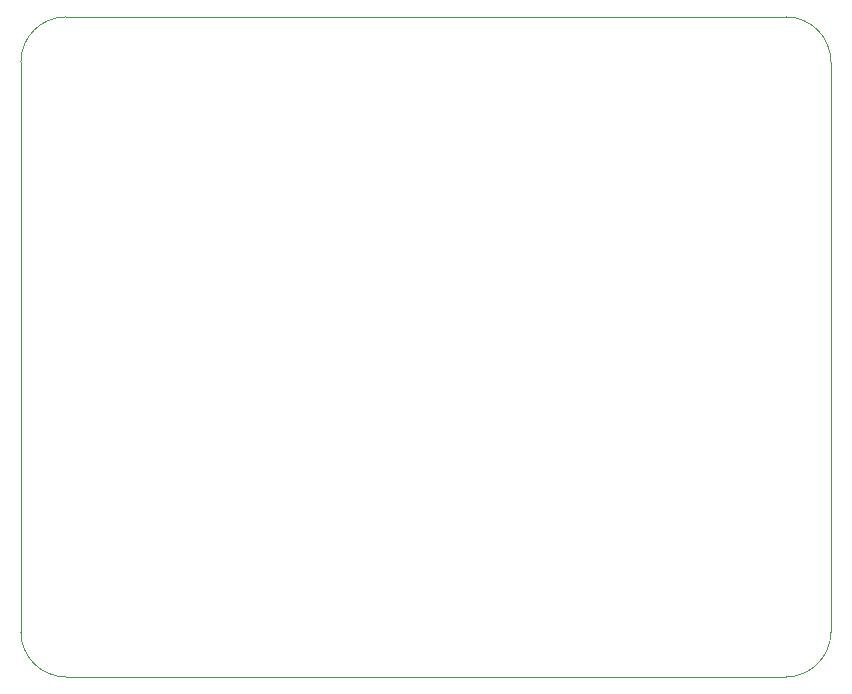
<source format=gbr>
%TF.GenerationSoftware,KiCad,Pcbnew,(6.0.5)*%
%TF.CreationDate,2022-09-12T21:51:21+10:00*%
%TF.ProjectId,shield,73686965-6c64-42e6-9b69-6361645f7063,rev?*%
%TF.SameCoordinates,Original*%
%TF.FileFunction,Profile,NP*%
%FSLAX46Y46*%
G04 Gerber Fmt 4.6, Leading zero omitted, Abs format (unit mm)*
G04 Created by KiCad (PCBNEW (6.0.5)) date 2022-09-12 21:51:21*
%MOMM*%
%LPD*%
G01*
G04 APERTURE LIST*
%TA.AperFunction,Profile*%
%ADD10C,0.100000*%
%TD*%
G04 APERTURE END LIST*
D10*
X50800000Y-60960000D02*
X111760000Y-60960000D01*
X50800000Y-60960000D02*
G75*
G03*
X46990000Y-64770000I0J-3810000D01*
G01*
X46990000Y-113030000D02*
X46990000Y-64770000D01*
X111760000Y-116840000D02*
X50800000Y-116840000D01*
X115570000Y-64770000D02*
X115570000Y-113030000D01*
X115570000Y-64770000D02*
G75*
G03*
X111760000Y-60960000I-3810000J0D01*
G01*
X46990000Y-113030000D02*
G75*
G03*
X50800000Y-116840000I3810000J0D01*
G01*
X111760000Y-116840000D02*
G75*
G03*
X115570000Y-113030000I0J3810000D01*
G01*
M02*

</source>
